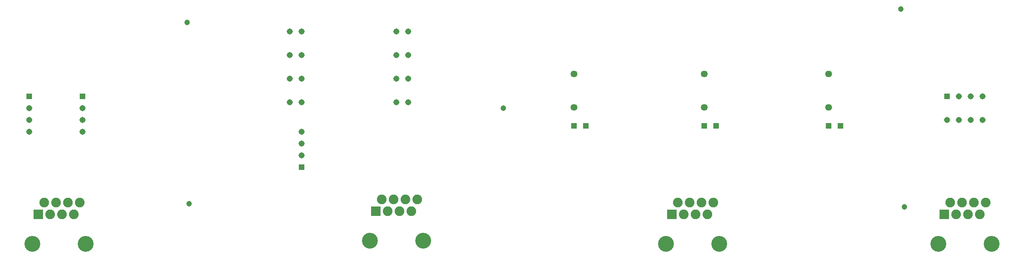
<source format=gbr>
G04 EAGLE Gerber RS-274X export*
G75*
%MOMM*%
%FSLAX34Y34*%
%LPD*%
%INSoldermask Bottom*%
%IPPOS*%
%AMOC8*
5,1,8,0,0,1.08239X$1,22.5*%
G01*
G04 Define Apertures*
%ADD10C,1.203200*%
%ADD11C,1.311200*%
%ADD12C,2.082800*%
%ADD13R,2.082800X2.082800*%
%ADD14C,3.403200*%
%ADD15R,1.311200X1.311200*%
%ADD16C,1.463200*%
D10*
X-448945Y540385D03*
X-444500Y150495D03*
X229235Y356235D03*
X1082040Y569595D03*
X1089660Y143510D03*
D11*
X-228600Y368300D03*
X-203200Y368300D03*
X0Y469900D03*
X25400Y469900D03*
D12*
X-679450Y152400D03*
X-692150Y127000D03*
X-704850Y152400D03*
X-730250Y152400D03*
X-755650Y152400D03*
X-717550Y127000D03*
X-742950Y127000D03*
D13*
X-768350Y127000D03*
D14*
X-781050Y63500D03*
X-666750Y63500D03*
D12*
X679450Y152400D03*
X666750Y127000D03*
X654050Y152400D03*
X628650Y152400D03*
X603250Y152400D03*
X641350Y127000D03*
X615950Y127000D03*
D13*
X590550Y127000D03*
D14*
X577850Y63500D03*
X692150Y63500D03*
D12*
X44450Y159258D03*
X31750Y133858D03*
X19050Y159258D03*
X-6350Y159258D03*
X-31750Y159258D03*
X6350Y133858D03*
X-19050Y133858D03*
D13*
X-44450Y133858D03*
D14*
X-57150Y70358D03*
X57150Y70358D03*
D12*
X1263650Y152400D03*
X1250950Y127000D03*
X1238250Y152400D03*
X1212850Y152400D03*
X1187450Y152400D03*
X1225550Y127000D03*
X1200150Y127000D03*
D13*
X1174750Y127000D03*
D14*
X1162050Y63500D03*
X1276350Y63500D03*
D15*
X-673100Y381000D03*
D11*
X-673100Y355600D03*
X-673100Y330200D03*
X-673100Y304800D03*
D15*
X-787400Y381000D03*
D11*
X-787400Y355600D03*
X-787400Y330200D03*
X-787400Y304800D03*
X-228600Y419100D03*
X-203200Y419100D03*
X-228600Y469900D03*
X-203200Y469900D03*
X-228600Y520700D03*
X-203200Y520700D03*
X0Y368300D03*
X25400Y368300D03*
X0Y419100D03*
X25400Y419100D03*
X0Y520700D03*
X25400Y520700D03*
D15*
X406400Y317500D03*
X381000Y317500D03*
X685800Y317500D03*
X660400Y317500D03*
X952500Y317500D03*
X927100Y317500D03*
D16*
X381000Y429900D03*
X381000Y357500D03*
X660400Y429900D03*
X660400Y357500D03*
X927100Y429900D03*
X927100Y357500D03*
D15*
X1181100Y381000D03*
D11*
X1206500Y381000D03*
X1231900Y381000D03*
X1257300Y381000D03*
X1181100Y330200D03*
X1206500Y330200D03*
X1231900Y330200D03*
X1257300Y330200D03*
D15*
X-203200Y228600D03*
D11*
X-203200Y254000D03*
X-203200Y279400D03*
X-203200Y304800D03*
M02*

</source>
